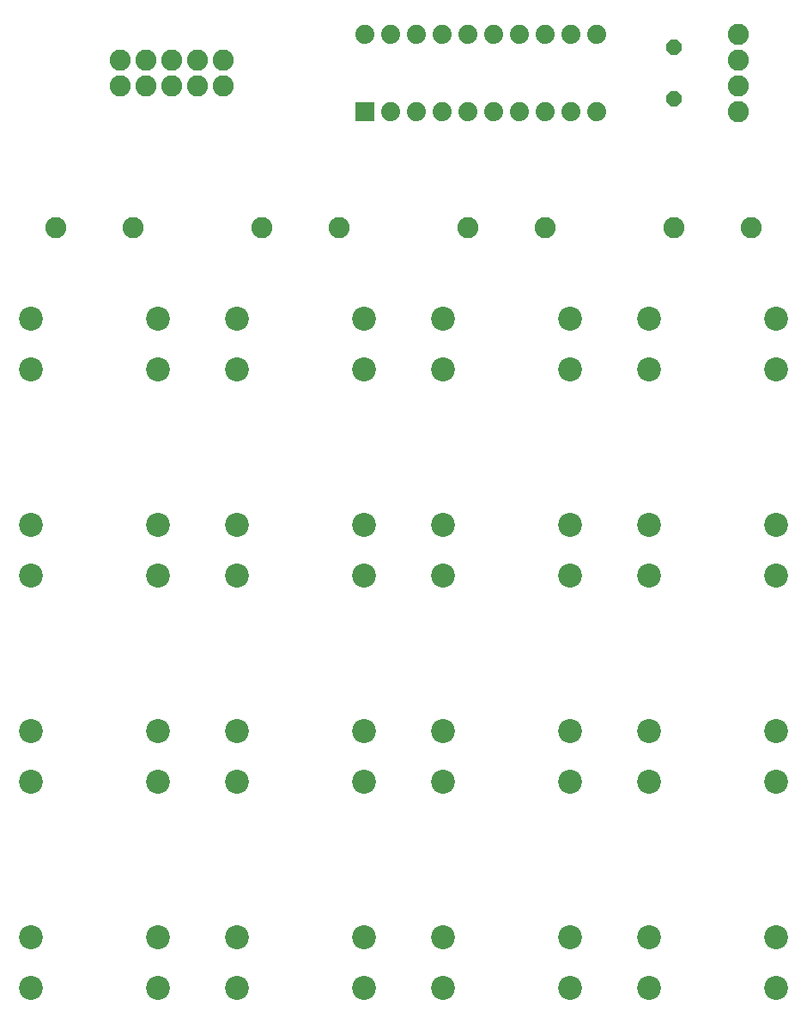
<source format=gbs>
G75*
%MOIN*%
%OFA0B0*%
%FSLAX25Y25*%
%IPPOS*%
%LPD*%
%AMOC8*
5,1,8,0,0,1.08239X$1,22.5*
%
%ADD10R,0.07400X0.07400*%
%ADD11C,0.07400*%
%ADD12C,0.08200*%
%ADD13C,0.09300*%
%ADD14OC8,0.06000*%
D10*
X0152500Y0382500D03*
D11*
X0162500Y0382500D03*
X0172500Y0382500D03*
X0182500Y0382500D03*
X0192500Y0382500D03*
X0202500Y0382500D03*
X0212500Y0382500D03*
X0222500Y0382500D03*
X0232500Y0382500D03*
X0242500Y0382500D03*
X0242500Y0412500D03*
X0232500Y0412500D03*
X0222500Y0412500D03*
X0212500Y0412500D03*
X0202500Y0412500D03*
X0192500Y0412500D03*
X0182500Y0412500D03*
X0172500Y0412500D03*
X0162500Y0412500D03*
X0152500Y0412500D03*
D12*
X0097500Y0402500D03*
X0097500Y0392500D03*
X0087500Y0392500D03*
X0087500Y0402500D03*
X0077500Y0402500D03*
X0077500Y0392500D03*
X0067500Y0392500D03*
X0067500Y0402500D03*
X0057500Y0402500D03*
X0057500Y0392500D03*
X0062500Y0337500D03*
X0032500Y0337500D03*
X0112500Y0337500D03*
X0142500Y0337500D03*
X0192500Y0337500D03*
X0222500Y0337500D03*
X0272500Y0337500D03*
X0302500Y0337500D03*
X0297500Y0382500D03*
X0297500Y0392500D03*
X0297500Y0402500D03*
X0297500Y0412500D03*
D13*
X0022894Y0042657D03*
X0022894Y0062343D03*
X0072106Y0062343D03*
X0072106Y0042657D03*
X0102894Y0042657D03*
X0102894Y0062343D03*
X0152106Y0062343D03*
X0152106Y0042657D03*
X0182894Y0042657D03*
X0182894Y0062343D03*
X0232106Y0062343D03*
X0232106Y0042657D03*
X0262894Y0042657D03*
X0262894Y0062343D03*
X0312106Y0062343D03*
X0312106Y0042657D03*
X0312106Y0122657D03*
X0312106Y0142343D03*
X0262894Y0142343D03*
X0262894Y0122657D03*
X0232106Y0122657D03*
X0232106Y0142343D03*
X0182894Y0142343D03*
X0182894Y0122657D03*
X0152106Y0122657D03*
X0152106Y0142343D03*
X0102894Y0142343D03*
X0102894Y0122657D03*
X0072106Y0122657D03*
X0072106Y0142343D03*
X0022894Y0142343D03*
X0022894Y0122657D03*
X0022894Y0202657D03*
X0022894Y0222343D03*
X0072106Y0222343D03*
X0072106Y0202657D03*
X0102894Y0202657D03*
X0102894Y0222343D03*
X0152106Y0222343D03*
X0152106Y0202657D03*
X0182894Y0202657D03*
X0182894Y0222343D03*
X0232106Y0222343D03*
X0232106Y0202657D03*
X0262894Y0202657D03*
X0262894Y0222343D03*
X0312106Y0222343D03*
X0312106Y0202657D03*
X0312106Y0282657D03*
X0312106Y0302343D03*
X0262894Y0302343D03*
X0262894Y0282657D03*
X0232106Y0282657D03*
X0232106Y0302343D03*
X0182894Y0302343D03*
X0182894Y0282657D03*
X0152106Y0282657D03*
X0152106Y0302343D03*
X0102894Y0302343D03*
X0102894Y0282657D03*
X0072106Y0282657D03*
X0072106Y0302343D03*
X0022894Y0302343D03*
X0022894Y0282657D03*
D14*
X0272500Y0387500D03*
X0272500Y0407500D03*
M02*

</source>
